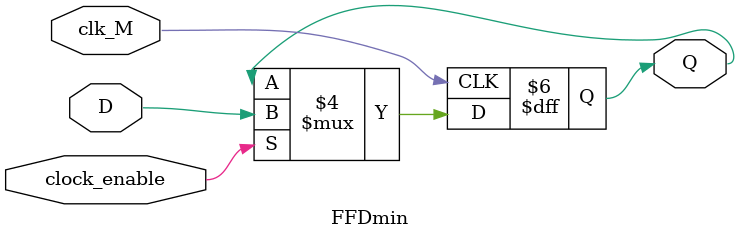
<source format=v>
`timescale 1ns / 1ps

module FFDmin(
    input clk_M,
    input clock_enable,
    input D,
    output reg Q=0
    );
    
    always @ (posedge clk_M) begin
    if (clock_enable==1)
        Q <= D;   
    end
    
endmodule

</source>
